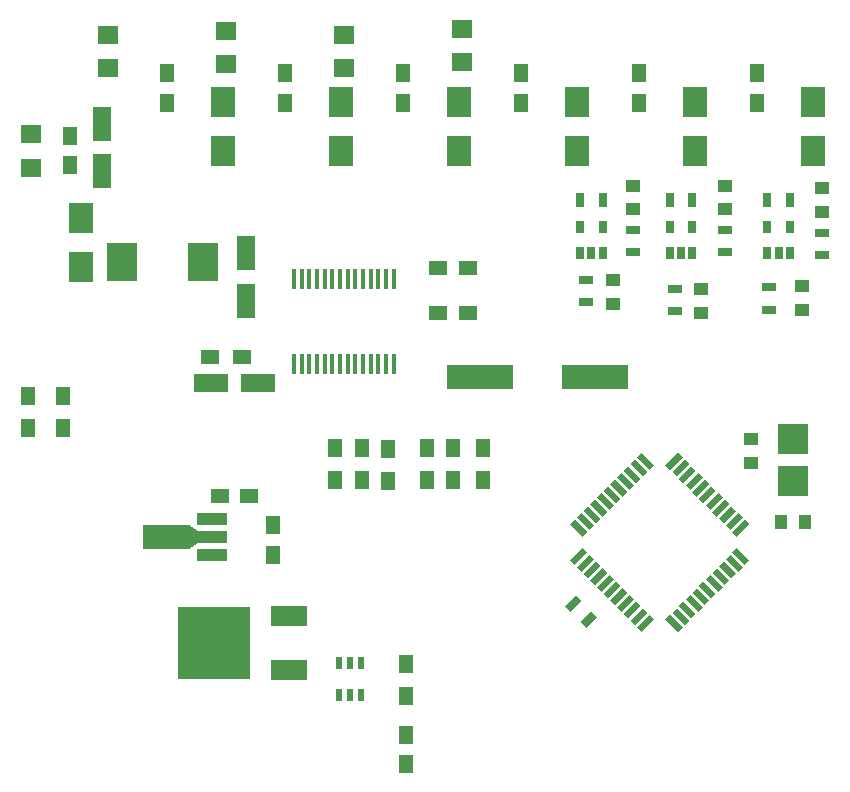
<source format=gbr>
%TF.GenerationSoftware,KiCad,Pcbnew,4.0.1-stable*%
%TF.CreationDate,2016-05-16T17:45:50+03:00*%
%TF.ProjectId,6xUSB_PowMet,36785553425F506F774D65742E6B6963,rev?*%
%TF.FileFunction,Paste,Top*%
%FSLAX46Y46*%
G04 Gerber Fmt 4.6, Leading zero omitted, Abs format (unit mm)*
G04 Created by KiCad (PCBNEW 4.0.1-stable) date 16.05.2016 17:45:50*
%MOMM*%
G01*
G04 APERTURE LIST*
%ADD10C,0.100000*%
%ADD11R,1.250000X1.500000*%
%ADD12R,1.000000X1.250000*%
%ADD13R,0.700000X1.300000*%
%ADD14R,1.500000X1.250000*%
%ADD15R,2.499360X3.299460*%
%ADD16R,2.029460X2.651760*%
%ADD17R,1.300000X1.500000*%
%ADD18R,1.500000X1.300000*%
%ADD19R,2.501900X1.000760*%
%ADD20R,4.000500X1.998980*%
%ADD21R,0.450000X1.750000*%
%ADD22R,5.600700X2.100580*%
%ADD23R,1.250000X1.000000*%
%ADD24R,1.300000X0.700000*%
%ADD25R,0.650000X1.060000*%
%ADD26R,1.800860X1.597660*%
%ADD27R,2.500000X2.500000*%
%ADD28R,3.048000X1.651000*%
%ADD29R,6.096000X6.096000*%
%ADD30R,0.600000X1.100000*%
%ADD31R,1.501140X2.999740*%
%ADD32R,2.999740X1.501140*%
G04 APERTURE END LIST*
D10*
D11*
X101813575Y-62029999D03*
X101813575Y-59529999D03*
D10*
G36*
X144555188Y-95876866D02*
X144166280Y-95487958D01*
X145226940Y-94427298D01*
X145615848Y-94816206D01*
X144555188Y-95876866D01*
X144555188Y-95876866D01*
G37*
G36*
X145120874Y-96442551D02*
X144731966Y-96053643D01*
X145792626Y-94992983D01*
X146181534Y-95381891D01*
X145120874Y-96442551D01*
X145120874Y-96442551D01*
G37*
G36*
X145686559Y-97008236D02*
X145297651Y-96619328D01*
X146358311Y-95558668D01*
X146747219Y-95947576D01*
X145686559Y-97008236D01*
X145686559Y-97008236D01*
G37*
G36*
X146252244Y-97573922D02*
X145863336Y-97185014D01*
X146923996Y-96124354D01*
X147312904Y-96513262D01*
X146252244Y-97573922D01*
X146252244Y-97573922D01*
G37*
G36*
X146817930Y-98139607D02*
X146429022Y-97750699D01*
X147489682Y-96690039D01*
X147878590Y-97078947D01*
X146817930Y-98139607D01*
X146817930Y-98139607D01*
G37*
G36*
X147383615Y-98705293D02*
X146994707Y-98316385D01*
X148055367Y-97255725D01*
X148444275Y-97644633D01*
X147383615Y-98705293D01*
X147383615Y-98705293D01*
G37*
G36*
X147949301Y-99270978D02*
X147560393Y-98882070D01*
X148621053Y-97821410D01*
X149009961Y-98210318D01*
X147949301Y-99270978D01*
X147949301Y-99270978D01*
G37*
G36*
X148514986Y-99836664D02*
X148126078Y-99447756D01*
X149186738Y-98387096D01*
X149575646Y-98776004D01*
X148514986Y-99836664D01*
X148514986Y-99836664D01*
G37*
G36*
X149080672Y-100402349D02*
X148691764Y-100013441D01*
X149752424Y-98952781D01*
X150141332Y-99341689D01*
X149080672Y-100402349D01*
X149080672Y-100402349D01*
G37*
G36*
X149646357Y-100968034D02*
X149257449Y-100579126D01*
X150318109Y-99518466D01*
X150707017Y-99907374D01*
X149646357Y-100968034D01*
X149646357Y-100968034D01*
G37*
G36*
X150212042Y-101533720D02*
X149823134Y-101144812D01*
X150883794Y-100084152D01*
X151272702Y-100473060D01*
X150212042Y-101533720D01*
X150212042Y-101533720D01*
G37*
G36*
X153676866Y-101144812D02*
X153287958Y-101533720D01*
X152227298Y-100473060D01*
X152616206Y-100084152D01*
X153676866Y-101144812D01*
X153676866Y-101144812D01*
G37*
G36*
X154242551Y-100579126D02*
X153853643Y-100968034D01*
X152792983Y-99907374D01*
X153181891Y-99518466D01*
X154242551Y-100579126D01*
X154242551Y-100579126D01*
G37*
G36*
X154808236Y-100013441D02*
X154419328Y-100402349D01*
X153358668Y-99341689D01*
X153747576Y-98952781D01*
X154808236Y-100013441D01*
X154808236Y-100013441D01*
G37*
G36*
X155373922Y-99447756D02*
X154985014Y-99836664D01*
X153924354Y-98776004D01*
X154313262Y-98387096D01*
X155373922Y-99447756D01*
X155373922Y-99447756D01*
G37*
G36*
X155939607Y-98882070D02*
X155550699Y-99270978D01*
X154490039Y-98210318D01*
X154878947Y-97821410D01*
X155939607Y-98882070D01*
X155939607Y-98882070D01*
G37*
G36*
X156505293Y-98316385D02*
X156116385Y-98705293D01*
X155055725Y-97644633D01*
X155444633Y-97255725D01*
X156505293Y-98316385D01*
X156505293Y-98316385D01*
G37*
G36*
X157070978Y-97750699D02*
X156682070Y-98139607D01*
X155621410Y-97078947D01*
X156010318Y-96690039D01*
X157070978Y-97750699D01*
X157070978Y-97750699D01*
G37*
G36*
X157636664Y-97185014D02*
X157247756Y-97573922D01*
X156187096Y-96513262D01*
X156576004Y-96124354D01*
X157636664Y-97185014D01*
X157636664Y-97185014D01*
G37*
G36*
X158202349Y-96619328D02*
X157813441Y-97008236D01*
X156752781Y-95947576D01*
X157141689Y-95558668D01*
X158202349Y-96619328D01*
X158202349Y-96619328D01*
G37*
G36*
X158768034Y-96053643D02*
X158379126Y-96442551D01*
X157318466Y-95381891D01*
X157707374Y-94992983D01*
X158768034Y-96053643D01*
X158768034Y-96053643D01*
G37*
G36*
X159333720Y-95487958D02*
X158944812Y-95876866D01*
X157884152Y-94816206D01*
X158273060Y-94427298D01*
X159333720Y-95487958D01*
X159333720Y-95487958D01*
G37*
G36*
X158273060Y-93472702D02*
X157884152Y-93083794D01*
X158944812Y-92023134D01*
X159333720Y-92412042D01*
X158273060Y-93472702D01*
X158273060Y-93472702D01*
G37*
G36*
X157707374Y-92907017D02*
X157318466Y-92518109D01*
X158379126Y-91457449D01*
X158768034Y-91846357D01*
X157707374Y-92907017D01*
X157707374Y-92907017D01*
G37*
G36*
X157141689Y-92341332D02*
X156752781Y-91952424D01*
X157813441Y-90891764D01*
X158202349Y-91280672D01*
X157141689Y-92341332D01*
X157141689Y-92341332D01*
G37*
G36*
X156576004Y-91775646D02*
X156187096Y-91386738D01*
X157247756Y-90326078D01*
X157636664Y-90714986D01*
X156576004Y-91775646D01*
X156576004Y-91775646D01*
G37*
G36*
X156010318Y-91209961D02*
X155621410Y-90821053D01*
X156682070Y-89760393D01*
X157070978Y-90149301D01*
X156010318Y-91209961D01*
X156010318Y-91209961D01*
G37*
G36*
X155444633Y-90644275D02*
X155055725Y-90255367D01*
X156116385Y-89194707D01*
X156505293Y-89583615D01*
X155444633Y-90644275D01*
X155444633Y-90644275D01*
G37*
G36*
X154878947Y-90078590D02*
X154490039Y-89689682D01*
X155550699Y-88629022D01*
X155939607Y-89017930D01*
X154878947Y-90078590D01*
X154878947Y-90078590D01*
G37*
G36*
X154313262Y-89512904D02*
X153924354Y-89123996D01*
X154985014Y-88063336D01*
X155373922Y-88452244D01*
X154313262Y-89512904D01*
X154313262Y-89512904D01*
G37*
G36*
X153747576Y-88947219D02*
X153358668Y-88558311D01*
X154419328Y-87497651D01*
X154808236Y-87886559D01*
X153747576Y-88947219D01*
X153747576Y-88947219D01*
G37*
G36*
X153181891Y-88381534D02*
X152792983Y-87992626D01*
X153853643Y-86931966D01*
X154242551Y-87320874D01*
X153181891Y-88381534D01*
X153181891Y-88381534D01*
G37*
G36*
X152616206Y-87815848D02*
X152227298Y-87426940D01*
X153287958Y-86366280D01*
X153676866Y-86755188D01*
X152616206Y-87815848D01*
X152616206Y-87815848D01*
G37*
G36*
X151272702Y-87426940D02*
X150883794Y-87815848D01*
X149823134Y-86755188D01*
X150212042Y-86366280D01*
X151272702Y-87426940D01*
X151272702Y-87426940D01*
G37*
G36*
X150707017Y-87992626D02*
X150318109Y-88381534D01*
X149257449Y-87320874D01*
X149646357Y-86931966D01*
X150707017Y-87992626D01*
X150707017Y-87992626D01*
G37*
G36*
X150141332Y-88558311D02*
X149752424Y-88947219D01*
X148691764Y-87886559D01*
X149080672Y-87497651D01*
X150141332Y-88558311D01*
X150141332Y-88558311D01*
G37*
G36*
X149575646Y-89123996D02*
X149186738Y-89512904D01*
X148126078Y-88452244D01*
X148514986Y-88063336D01*
X149575646Y-89123996D01*
X149575646Y-89123996D01*
G37*
G36*
X149009961Y-89689682D02*
X148621053Y-90078590D01*
X147560393Y-89017930D01*
X147949301Y-88629022D01*
X149009961Y-89689682D01*
X149009961Y-89689682D01*
G37*
G36*
X148444275Y-90255367D02*
X148055367Y-90644275D01*
X146994707Y-89583615D01*
X147383615Y-89194707D01*
X148444275Y-90255367D01*
X148444275Y-90255367D01*
G37*
G36*
X147878590Y-90821053D02*
X147489682Y-91209961D01*
X146429022Y-90149301D01*
X146817930Y-89760393D01*
X147878590Y-90821053D01*
X147878590Y-90821053D01*
G37*
G36*
X147312904Y-91386738D02*
X146923996Y-91775646D01*
X145863336Y-90714986D01*
X146252244Y-90326078D01*
X147312904Y-91386738D01*
X147312904Y-91386738D01*
G37*
G36*
X146747219Y-91952424D02*
X146358311Y-92341332D01*
X145297651Y-91280672D01*
X145686559Y-90891764D01*
X146747219Y-91952424D01*
X146747219Y-91952424D01*
G37*
G36*
X146181534Y-92518109D02*
X145792626Y-92907017D01*
X144731966Y-91846357D01*
X145120874Y-91457449D01*
X146181534Y-92518109D01*
X146181534Y-92518109D01*
G37*
G36*
X145615848Y-93083794D02*
X145226940Y-93472702D01*
X144166280Y-92412042D01*
X144555188Y-92023134D01*
X145615848Y-93083794D01*
X145615848Y-93083794D01*
G37*
D12*
X162000000Y-92250000D03*
X164000000Y-92250000D03*
D13*
X145000000Y-65000000D03*
X146900000Y-65000000D03*
D11*
X120000000Y-54250000D03*
X120000000Y-56750000D03*
X140000000Y-54250000D03*
X140000000Y-56750000D03*
X130000000Y-54250000D03*
X130000000Y-56750000D03*
X150000000Y-54250000D03*
X150000000Y-56750000D03*
X160000000Y-54250000D03*
X160000000Y-56750000D03*
D14*
X117000000Y-90000000D03*
X114500000Y-90000000D03*
D11*
X119000000Y-92500000D03*
X119000000Y-95000000D03*
D14*
X133000000Y-70750000D03*
X135500000Y-70750000D03*
X135500000Y-74500000D03*
X133000000Y-74500000D03*
D15*
X106250000Y-70250000D03*
X113052120Y-70250000D03*
D16*
X114750000Y-56664660D03*
X114750000Y-60835340D03*
X124750000Y-56664660D03*
X124750000Y-60835340D03*
X144750000Y-60835340D03*
X144750000Y-56664660D03*
X134750000Y-60835340D03*
X134750000Y-56664660D03*
D17*
X136750000Y-88700000D03*
X136750000Y-86000000D03*
X128750000Y-88750000D03*
X128750000Y-86050000D03*
X124250000Y-88700000D03*
X124250000Y-86000000D03*
D18*
X116350000Y-78250000D03*
X113650000Y-78250000D03*
D19*
X113852740Y-95001140D03*
X113852740Y-93500000D03*
X113852740Y-91998860D03*
D20*
X109900500Y-93500000D03*
D10*
G36*
X111875350Y-92499240D02*
X112624650Y-92999620D01*
X112624650Y-94000380D01*
X111875350Y-94500760D01*
X111875350Y-92499240D01*
X111875350Y-92499240D01*
G37*
D21*
X129225000Y-71650000D03*
X128575000Y-71650000D03*
X127925000Y-71650000D03*
X127275000Y-71650000D03*
X126625000Y-71650000D03*
X125975000Y-71650000D03*
X125325000Y-71650000D03*
X124675000Y-71650000D03*
X124025000Y-71650000D03*
X123375000Y-71650000D03*
X122725000Y-71650000D03*
X122075000Y-71650000D03*
X121425000Y-71650000D03*
X120775000Y-71650000D03*
X120775000Y-78850000D03*
X121425000Y-78850000D03*
X122075000Y-78850000D03*
X122725000Y-78850000D03*
X123375000Y-78850000D03*
X124025000Y-78850000D03*
X124675000Y-78850000D03*
X125325000Y-78850000D03*
X125975000Y-78850000D03*
X126625000Y-78850000D03*
X127275000Y-78850000D03*
X127925000Y-78850000D03*
X128575000Y-78850000D03*
X129225000Y-78850000D03*
D22*
X146250000Y-80000000D03*
X136552280Y-80000000D03*
D16*
X102750000Y-66500000D03*
X102750000Y-70670680D03*
D11*
X110000000Y-54250000D03*
X110000000Y-56750000D03*
D16*
X154750000Y-60835340D03*
X154750000Y-56664660D03*
X164750000Y-60835340D03*
X164750000Y-56664660D03*
D17*
X101250000Y-81550000D03*
X101250000Y-84250000D03*
X134250000Y-88700000D03*
X134250000Y-86000000D03*
X132000000Y-88700000D03*
X132000000Y-86000000D03*
X98250000Y-81550000D03*
X98250000Y-84250000D03*
X126500000Y-88700000D03*
X126500000Y-86000000D03*
D23*
X149500000Y-63750000D03*
X149500000Y-65750000D03*
X155250000Y-72500000D03*
X155250000Y-74500000D03*
X147750000Y-71750000D03*
X147750000Y-73750000D03*
X159500000Y-87250000D03*
X159500000Y-85250000D03*
X157250000Y-63750000D03*
X157250000Y-65750000D03*
X163750000Y-72250000D03*
X163750000Y-74250000D03*
X165500000Y-64000000D03*
X165500000Y-66000000D03*
D24*
X149500000Y-67500000D03*
X149500000Y-69400000D03*
X145500000Y-71750000D03*
X145500000Y-73650000D03*
D10*
G36*
X146457107Y-100287868D02*
X145537868Y-101207107D01*
X145042893Y-100712132D01*
X145962132Y-99792893D01*
X146457107Y-100287868D01*
X146457107Y-100287868D01*
G37*
G36*
X145113605Y-98944366D02*
X144194366Y-99863605D01*
X143699391Y-99368630D01*
X144618630Y-98449391D01*
X145113605Y-98944366D01*
X145113605Y-98944366D01*
G37*
D24*
X153000000Y-72500000D03*
X153000000Y-74400000D03*
X157250000Y-67500000D03*
X157250000Y-69400000D03*
D13*
X152600000Y-65000000D03*
X154500000Y-65000000D03*
D24*
X161000000Y-72350000D03*
X161000000Y-74250000D03*
X165500000Y-67750000D03*
X165500000Y-69650000D03*
D13*
X160850000Y-65000000D03*
X162750000Y-65000000D03*
D25*
X145000000Y-69500000D03*
X145950000Y-69500000D03*
X146900000Y-69500000D03*
X146900000Y-67300000D03*
X145000000Y-67300000D03*
X152600000Y-69450000D03*
X153550000Y-69450000D03*
X154500000Y-69450000D03*
X154500000Y-67250000D03*
X152600000Y-67250000D03*
X160850000Y-69450000D03*
X161800000Y-69450000D03*
X162750000Y-69450000D03*
X162750000Y-67250000D03*
X160850000Y-67250000D03*
D26*
X105000000Y-51000000D03*
X105000000Y-53839720D03*
X115000000Y-53500000D03*
X115000000Y-50660280D03*
X125000000Y-51000000D03*
X125000000Y-53839720D03*
X134960000Y-53299720D03*
X134960000Y-50460000D03*
X98500000Y-59410280D03*
X98500000Y-62250000D03*
D27*
X163000000Y-88750000D03*
X163000000Y-85250000D03*
D11*
X130250000Y-110250000D03*
X130250000Y-112750000D03*
D28*
X120350000Y-104786000D03*
D29*
X114000000Y-102500000D03*
D28*
X120350000Y-100214000D03*
D17*
X130250000Y-106950000D03*
X130250000Y-104250000D03*
D30*
X124550000Y-106850000D03*
X125500000Y-106850000D03*
X126450000Y-106850000D03*
X126450000Y-104150000D03*
X125500000Y-104150000D03*
X124550000Y-104150000D03*
D31*
X116750000Y-73497960D03*
X116750000Y-69500000D03*
D32*
X117750000Y-80500000D03*
X113752040Y-80500000D03*
D31*
X104500000Y-58502040D03*
X104500000Y-62500000D03*
M02*

</source>
